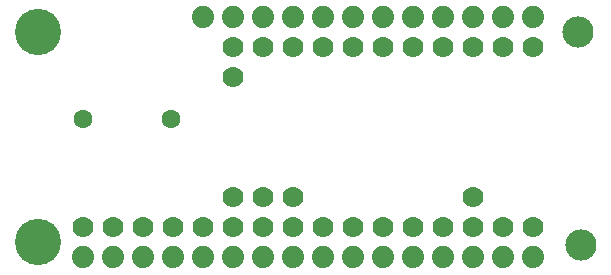
<source format=gbr>
G04 EAGLE Gerber RS-274X export*
G75*
%MOMM*%
%FSLAX34Y34*%
%LPD*%
%INSoldermask Bottom*%
%IPPOS*%
%AMOC8*
5,1,8,0,0,1.08239X$1,22.5*%
G01*
%ADD10C,2.641600*%
%ADD11C,3.911600*%
%ADD12C,1.879600*%
%ADD13C,1.601600*%
%ADD14C,1.778000*%


D10*
X482600Y203200D03*
X485140Y22860D03*
D11*
X25400Y203200D03*
X25400Y25400D03*
D12*
X165100Y215900D03*
X190500Y215900D03*
X215900Y215900D03*
X241300Y215900D03*
X266700Y215900D03*
X292100Y215900D03*
X317500Y215900D03*
X342900Y215900D03*
X368300Y215900D03*
X393700Y215900D03*
X419100Y215900D03*
X444500Y215900D03*
X165100Y12700D03*
X190500Y12700D03*
X215900Y12700D03*
X241300Y12700D03*
X266700Y12700D03*
X292100Y12700D03*
X317500Y12700D03*
X342900Y12700D03*
X368300Y12700D03*
X393700Y12700D03*
X419100Y12700D03*
X444500Y12700D03*
X139700Y12700D03*
X114300Y12700D03*
X88900Y12700D03*
X63500Y12700D03*
D13*
X138560Y129540D03*
X64060Y129540D03*
D14*
X444500Y38100D03*
X419100Y38100D03*
X393700Y38100D03*
X368300Y38100D03*
X342900Y38100D03*
X317500Y38100D03*
X292100Y38100D03*
X266700Y38100D03*
X241300Y38100D03*
X215900Y38100D03*
X190500Y38100D03*
X165100Y38100D03*
X139700Y38100D03*
X114300Y38100D03*
X88900Y38100D03*
X63500Y38100D03*
X190500Y190500D03*
X215900Y190500D03*
X241300Y190500D03*
X266700Y190500D03*
X292100Y190500D03*
X317500Y190500D03*
X342900Y190500D03*
X368300Y190500D03*
X393700Y190500D03*
X419100Y190500D03*
X444500Y190500D03*
X241300Y63500D03*
X215900Y63500D03*
X190500Y63500D03*
X190500Y165100D03*
X393700Y63500D03*
M02*

</source>
